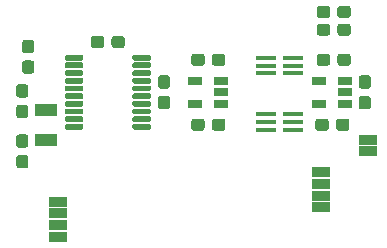
<source format=gbr>
%TF.GenerationSoftware,KiCad,Pcbnew,(5.1.6)-1*%
%TF.CreationDate,2020-09-19T18:08:18+02:00*%
%TF.ProjectId,watch,77617463-682e-46b6-9963-61645f706362,rev?*%
%TF.SameCoordinates,Original*%
%TF.FileFunction,Soldermask,Bot*%
%TF.FilePolarity,Negative*%
%FSLAX46Y46*%
G04 Gerber Fmt 4.6, Leading zero omitted, Abs format (unit mm)*
G04 Created by KiCad (PCBNEW (5.1.6)-1) date 2020-09-19 18:08:18*
%MOMM*%
%LPD*%
G01*
G04 APERTURE LIST*
%ADD10R,1.624000X0.862000*%
%ADD11R,1.160000X0.750000*%
%ADD12R,1.801800X0.455600*%
%ADD13R,1.900000X1.100000*%
G04 APERTURE END LIST*
%TO.C,R7*%
G36*
G01*
X159206312Y-56315111D02*
X159206312Y-55790111D01*
G75*
G02*
X159468812Y-55527611I262500J0D01*
G01*
X160093812Y-55527611D01*
G75*
G02*
X160356312Y-55790111I0J-262500D01*
G01*
X160356312Y-56315111D01*
G75*
G02*
X160093812Y-56577611I-262500J0D01*
G01*
X159468812Y-56577611D01*
G75*
G02*
X159206312Y-56315111I0J262500D01*
G01*
G37*
G36*
G01*
X157456312Y-56315111D02*
X157456312Y-55790111D01*
G75*
G02*
X157718812Y-55527611I262500J0D01*
G01*
X158343812Y-55527611D01*
G75*
G02*
X158606312Y-55790111I0J-262500D01*
G01*
X158606312Y-56315111D01*
G75*
G02*
X158343812Y-56577611I-262500J0D01*
G01*
X157718812Y-56577611D01*
G75*
G02*
X157456312Y-56315111I0J262500D01*
G01*
G37*
%TD*%
%TO.C,R6*%
G36*
G01*
X158606312Y-57290111D02*
X158606312Y-57815111D01*
G75*
G02*
X158343812Y-58077611I-262500J0D01*
G01*
X157718812Y-58077611D01*
G75*
G02*
X157456312Y-57815111I0J262500D01*
G01*
X157456312Y-57290111D01*
G75*
G02*
X157718812Y-57027611I262500J0D01*
G01*
X158343812Y-57027611D01*
G75*
G02*
X158606312Y-57290111I0J-262500D01*
G01*
G37*
G36*
G01*
X160356312Y-57290111D02*
X160356312Y-57815111D01*
G75*
G02*
X160093812Y-58077611I-262500J0D01*
G01*
X159468812Y-58077611D01*
G75*
G02*
X159206312Y-57815111I0J262500D01*
G01*
X159206312Y-57290111D01*
G75*
G02*
X159468812Y-57027611I262500J0D01*
G01*
X160093812Y-57027611D01*
G75*
G02*
X160356312Y-57290111I0J-262500D01*
G01*
G37*
%TD*%
D10*
%TO.C,J2*%
X157781312Y-69602611D03*
X157781312Y-70602611D03*
X157781312Y-71602611D03*
X157781312Y-72602611D03*
%TD*%
%TO.C,BT1*%
X161781312Y-66852611D03*
X161781312Y-67852611D03*
%TD*%
%TO.C,J1*%
X135531312Y-72102611D03*
X135531312Y-73102611D03*
X135531312Y-74102611D03*
X135531312Y-75102611D03*
%TD*%
D11*
%TO.C,U6*%
X147181312Y-61902611D03*
X147181312Y-63802611D03*
X149381312Y-63802611D03*
X149381312Y-62852611D03*
X149381312Y-61902611D03*
%TD*%
D12*
%TO.C,U9*%
X155417962Y-66002610D03*
X155417962Y-65352611D03*
X155417962Y-64702612D03*
X153144662Y-64702612D03*
X153144662Y-65352611D03*
X153144662Y-66002610D03*
%TD*%
%TO.C,U8*%
X155417962Y-61252610D03*
X155417962Y-60602611D03*
X155417962Y-59952612D03*
X153144662Y-59952612D03*
X153144662Y-60602611D03*
X153144662Y-61252610D03*
%TD*%
D13*
%TO.C,Y1*%
X134531312Y-64352611D03*
X134531312Y-66852611D03*
%TD*%
D11*
%TO.C,U7*%
X157681312Y-61902611D03*
X157681312Y-63802611D03*
X159881312Y-63802611D03*
X159881312Y-62852611D03*
X159881312Y-61902611D03*
%TD*%
%TO.C,U5*%
G36*
G01*
X141856312Y-65902611D02*
X141856312Y-65652611D01*
G75*
G02*
X141981312Y-65527611I125000J0D01*
G01*
X143306312Y-65527611D01*
G75*
G02*
X143431312Y-65652611I0J-125000D01*
G01*
X143431312Y-65902611D01*
G75*
G02*
X143306312Y-66027611I-125000J0D01*
G01*
X141981312Y-66027611D01*
G75*
G02*
X141856312Y-65902611I0J125000D01*
G01*
G37*
G36*
G01*
X141856312Y-65252611D02*
X141856312Y-65002611D01*
G75*
G02*
X141981312Y-64877611I125000J0D01*
G01*
X143306312Y-64877611D01*
G75*
G02*
X143431312Y-65002611I0J-125000D01*
G01*
X143431312Y-65252611D01*
G75*
G02*
X143306312Y-65377611I-125000J0D01*
G01*
X141981312Y-65377611D01*
G75*
G02*
X141856312Y-65252611I0J125000D01*
G01*
G37*
G36*
G01*
X141856312Y-64602611D02*
X141856312Y-64352611D01*
G75*
G02*
X141981312Y-64227611I125000J0D01*
G01*
X143306312Y-64227611D01*
G75*
G02*
X143431312Y-64352611I0J-125000D01*
G01*
X143431312Y-64602611D01*
G75*
G02*
X143306312Y-64727611I-125000J0D01*
G01*
X141981312Y-64727611D01*
G75*
G02*
X141856312Y-64602611I0J125000D01*
G01*
G37*
G36*
G01*
X141856312Y-63952611D02*
X141856312Y-63702611D01*
G75*
G02*
X141981312Y-63577611I125000J0D01*
G01*
X143306312Y-63577611D01*
G75*
G02*
X143431312Y-63702611I0J-125000D01*
G01*
X143431312Y-63952611D01*
G75*
G02*
X143306312Y-64077611I-125000J0D01*
G01*
X141981312Y-64077611D01*
G75*
G02*
X141856312Y-63952611I0J125000D01*
G01*
G37*
G36*
G01*
X141856312Y-63302611D02*
X141856312Y-63052611D01*
G75*
G02*
X141981312Y-62927611I125000J0D01*
G01*
X143306312Y-62927611D01*
G75*
G02*
X143431312Y-63052611I0J-125000D01*
G01*
X143431312Y-63302611D01*
G75*
G02*
X143306312Y-63427611I-125000J0D01*
G01*
X141981312Y-63427611D01*
G75*
G02*
X141856312Y-63302611I0J125000D01*
G01*
G37*
G36*
G01*
X141856312Y-62652611D02*
X141856312Y-62402611D01*
G75*
G02*
X141981312Y-62277611I125000J0D01*
G01*
X143306312Y-62277611D01*
G75*
G02*
X143431312Y-62402611I0J-125000D01*
G01*
X143431312Y-62652611D01*
G75*
G02*
X143306312Y-62777611I-125000J0D01*
G01*
X141981312Y-62777611D01*
G75*
G02*
X141856312Y-62652611I0J125000D01*
G01*
G37*
G36*
G01*
X141856312Y-62002611D02*
X141856312Y-61752611D01*
G75*
G02*
X141981312Y-61627611I125000J0D01*
G01*
X143306312Y-61627611D01*
G75*
G02*
X143431312Y-61752611I0J-125000D01*
G01*
X143431312Y-62002611D01*
G75*
G02*
X143306312Y-62127611I-125000J0D01*
G01*
X141981312Y-62127611D01*
G75*
G02*
X141856312Y-62002611I0J125000D01*
G01*
G37*
G36*
G01*
X141856312Y-61352611D02*
X141856312Y-61102611D01*
G75*
G02*
X141981312Y-60977611I125000J0D01*
G01*
X143306312Y-60977611D01*
G75*
G02*
X143431312Y-61102611I0J-125000D01*
G01*
X143431312Y-61352611D01*
G75*
G02*
X143306312Y-61477611I-125000J0D01*
G01*
X141981312Y-61477611D01*
G75*
G02*
X141856312Y-61352611I0J125000D01*
G01*
G37*
G36*
G01*
X141856312Y-60702611D02*
X141856312Y-60452611D01*
G75*
G02*
X141981312Y-60327611I125000J0D01*
G01*
X143306312Y-60327611D01*
G75*
G02*
X143431312Y-60452611I0J-125000D01*
G01*
X143431312Y-60702611D01*
G75*
G02*
X143306312Y-60827611I-125000J0D01*
G01*
X141981312Y-60827611D01*
G75*
G02*
X141856312Y-60702611I0J125000D01*
G01*
G37*
G36*
G01*
X141856312Y-60052611D02*
X141856312Y-59802611D01*
G75*
G02*
X141981312Y-59677611I125000J0D01*
G01*
X143306312Y-59677611D01*
G75*
G02*
X143431312Y-59802611I0J-125000D01*
G01*
X143431312Y-60052611D01*
G75*
G02*
X143306312Y-60177611I-125000J0D01*
G01*
X141981312Y-60177611D01*
G75*
G02*
X141856312Y-60052611I0J125000D01*
G01*
G37*
G36*
G01*
X136131312Y-60052611D02*
X136131312Y-59802611D01*
G75*
G02*
X136256312Y-59677611I125000J0D01*
G01*
X137581312Y-59677611D01*
G75*
G02*
X137706312Y-59802611I0J-125000D01*
G01*
X137706312Y-60052611D01*
G75*
G02*
X137581312Y-60177611I-125000J0D01*
G01*
X136256312Y-60177611D01*
G75*
G02*
X136131312Y-60052611I0J125000D01*
G01*
G37*
G36*
G01*
X136131312Y-60702611D02*
X136131312Y-60452611D01*
G75*
G02*
X136256312Y-60327611I125000J0D01*
G01*
X137581312Y-60327611D01*
G75*
G02*
X137706312Y-60452611I0J-125000D01*
G01*
X137706312Y-60702611D01*
G75*
G02*
X137581312Y-60827611I-125000J0D01*
G01*
X136256312Y-60827611D01*
G75*
G02*
X136131312Y-60702611I0J125000D01*
G01*
G37*
G36*
G01*
X136131312Y-61352611D02*
X136131312Y-61102611D01*
G75*
G02*
X136256312Y-60977611I125000J0D01*
G01*
X137581312Y-60977611D01*
G75*
G02*
X137706312Y-61102611I0J-125000D01*
G01*
X137706312Y-61352611D01*
G75*
G02*
X137581312Y-61477611I-125000J0D01*
G01*
X136256312Y-61477611D01*
G75*
G02*
X136131312Y-61352611I0J125000D01*
G01*
G37*
G36*
G01*
X136131312Y-62002611D02*
X136131312Y-61752611D01*
G75*
G02*
X136256312Y-61627611I125000J0D01*
G01*
X137581312Y-61627611D01*
G75*
G02*
X137706312Y-61752611I0J-125000D01*
G01*
X137706312Y-62002611D01*
G75*
G02*
X137581312Y-62127611I-125000J0D01*
G01*
X136256312Y-62127611D01*
G75*
G02*
X136131312Y-62002611I0J125000D01*
G01*
G37*
G36*
G01*
X136131312Y-62652611D02*
X136131312Y-62402611D01*
G75*
G02*
X136256312Y-62277611I125000J0D01*
G01*
X137581312Y-62277611D01*
G75*
G02*
X137706312Y-62402611I0J-125000D01*
G01*
X137706312Y-62652611D01*
G75*
G02*
X137581312Y-62777611I-125000J0D01*
G01*
X136256312Y-62777611D01*
G75*
G02*
X136131312Y-62652611I0J125000D01*
G01*
G37*
G36*
G01*
X136131312Y-63302611D02*
X136131312Y-63052611D01*
G75*
G02*
X136256312Y-62927611I125000J0D01*
G01*
X137581312Y-62927611D01*
G75*
G02*
X137706312Y-63052611I0J-125000D01*
G01*
X137706312Y-63302611D01*
G75*
G02*
X137581312Y-63427611I-125000J0D01*
G01*
X136256312Y-63427611D01*
G75*
G02*
X136131312Y-63302611I0J125000D01*
G01*
G37*
G36*
G01*
X136131312Y-63952611D02*
X136131312Y-63702611D01*
G75*
G02*
X136256312Y-63577611I125000J0D01*
G01*
X137581312Y-63577611D01*
G75*
G02*
X137706312Y-63702611I0J-125000D01*
G01*
X137706312Y-63952611D01*
G75*
G02*
X137581312Y-64077611I-125000J0D01*
G01*
X136256312Y-64077611D01*
G75*
G02*
X136131312Y-63952611I0J125000D01*
G01*
G37*
G36*
G01*
X136131312Y-64602611D02*
X136131312Y-64352611D01*
G75*
G02*
X136256312Y-64227611I125000J0D01*
G01*
X137581312Y-64227611D01*
G75*
G02*
X137706312Y-64352611I0J-125000D01*
G01*
X137706312Y-64602611D01*
G75*
G02*
X137581312Y-64727611I-125000J0D01*
G01*
X136256312Y-64727611D01*
G75*
G02*
X136131312Y-64602611I0J125000D01*
G01*
G37*
G36*
G01*
X136131312Y-65252611D02*
X136131312Y-65002611D01*
G75*
G02*
X136256312Y-64877611I125000J0D01*
G01*
X137581312Y-64877611D01*
G75*
G02*
X137706312Y-65002611I0J-125000D01*
G01*
X137706312Y-65252611D01*
G75*
G02*
X137581312Y-65377611I-125000J0D01*
G01*
X136256312Y-65377611D01*
G75*
G02*
X136131312Y-65252611I0J125000D01*
G01*
G37*
G36*
G01*
X136131312Y-65902611D02*
X136131312Y-65652611D01*
G75*
G02*
X136256312Y-65527611I125000J0D01*
G01*
X137581312Y-65527611D01*
G75*
G02*
X137706312Y-65652611I0J-125000D01*
G01*
X137706312Y-65902611D01*
G75*
G02*
X137581312Y-66027611I-125000J0D01*
G01*
X136256312Y-66027611D01*
G75*
G02*
X136131312Y-65902611I0J125000D01*
G01*
G37*
%TD*%
%TO.C,R3*%
G36*
G01*
X159206312Y-60365111D02*
X159206312Y-59840111D01*
G75*
G02*
X159468812Y-59577611I262500J0D01*
G01*
X160093812Y-59577611D01*
G75*
G02*
X160356312Y-59840111I0J-262500D01*
G01*
X160356312Y-60365111D01*
G75*
G02*
X160093812Y-60627611I-262500J0D01*
G01*
X159468812Y-60627611D01*
G75*
G02*
X159206312Y-60365111I0J262500D01*
G01*
G37*
G36*
G01*
X157456312Y-60365111D02*
X157456312Y-59840111D01*
G75*
G02*
X157718812Y-59577611I262500J0D01*
G01*
X158343812Y-59577611D01*
G75*
G02*
X158606312Y-59840111I0J-262500D01*
G01*
X158606312Y-60365111D01*
G75*
G02*
X158343812Y-60627611I-262500J0D01*
G01*
X157718812Y-60627611D01*
G75*
G02*
X157456312Y-60365111I0J262500D01*
G01*
G37*
%TD*%
%TO.C,C15*%
G36*
G01*
X147981312Y-59840111D02*
X147981312Y-60365111D01*
G75*
G02*
X147718812Y-60627611I-262500J0D01*
G01*
X147093812Y-60627611D01*
G75*
G02*
X146831312Y-60365111I0J262500D01*
G01*
X146831312Y-59840111D01*
G75*
G02*
X147093812Y-59577611I262500J0D01*
G01*
X147718812Y-59577611D01*
G75*
G02*
X147981312Y-59840111I0J-262500D01*
G01*
G37*
G36*
G01*
X149731312Y-59840111D02*
X149731312Y-60365111D01*
G75*
G02*
X149468812Y-60627611I-262500J0D01*
G01*
X148843812Y-60627611D01*
G75*
G02*
X148581312Y-60365111I0J262500D01*
G01*
X148581312Y-59840111D01*
G75*
G02*
X148843812Y-59577611I262500J0D01*
G01*
X149468812Y-59577611D01*
G75*
G02*
X149731312Y-59840111I0J-262500D01*
G01*
G37*
%TD*%
%TO.C,C14*%
G36*
G01*
X159081312Y-65865111D02*
X159081312Y-65340111D01*
G75*
G02*
X159343812Y-65077611I262500J0D01*
G01*
X159968812Y-65077611D01*
G75*
G02*
X160231312Y-65340111I0J-262500D01*
G01*
X160231312Y-65865111D01*
G75*
G02*
X159968812Y-66127611I-262500J0D01*
G01*
X159343812Y-66127611D01*
G75*
G02*
X159081312Y-65865111I0J262500D01*
G01*
G37*
G36*
G01*
X157331312Y-65865111D02*
X157331312Y-65340111D01*
G75*
G02*
X157593812Y-65077611I262500J0D01*
G01*
X158218812Y-65077611D01*
G75*
G02*
X158481312Y-65340111I0J-262500D01*
G01*
X158481312Y-65865111D01*
G75*
G02*
X158218812Y-66127611I-262500J0D01*
G01*
X157593812Y-66127611D01*
G75*
G02*
X157331312Y-65865111I0J262500D01*
G01*
G37*
%TD*%
%TO.C,C10*%
G36*
G01*
X133293812Y-59552611D02*
X132768812Y-59552611D01*
G75*
G02*
X132506312Y-59290111I0J262500D01*
G01*
X132506312Y-58665111D01*
G75*
G02*
X132768812Y-58402611I262500J0D01*
G01*
X133293812Y-58402611D01*
G75*
G02*
X133556312Y-58665111I0J-262500D01*
G01*
X133556312Y-59290111D01*
G75*
G02*
X133293812Y-59552611I-262500J0D01*
G01*
G37*
G36*
G01*
X133293812Y-61302611D02*
X132768812Y-61302611D01*
G75*
G02*
X132506312Y-61040111I0J262500D01*
G01*
X132506312Y-60415111D01*
G75*
G02*
X132768812Y-60152611I262500J0D01*
G01*
X133293812Y-60152611D01*
G75*
G02*
X133556312Y-60415111I0J-262500D01*
G01*
X133556312Y-61040111D01*
G75*
G02*
X133293812Y-61302611I-262500J0D01*
G01*
G37*
%TD*%
%TO.C,C9*%
G36*
G01*
X144793812Y-62552611D02*
X144268812Y-62552611D01*
G75*
G02*
X144006312Y-62290111I0J262500D01*
G01*
X144006312Y-61665111D01*
G75*
G02*
X144268812Y-61402611I262500J0D01*
G01*
X144793812Y-61402611D01*
G75*
G02*
X145056312Y-61665111I0J-262500D01*
G01*
X145056312Y-62290111D01*
G75*
G02*
X144793812Y-62552611I-262500J0D01*
G01*
G37*
G36*
G01*
X144793812Y-64302611D02*
X144268812Y-64302611D01*
G75*
G02*
X144006312Y-64040111I0J262500D01*
G01*
X144006312Y-63415111D01*
G75*
G02*
X144268812Y-63152611I262500J0D01*
G01*
X144793812Y-63152611D01*
G75*
G02*
X145056312Y-63415111I0J-262500D01*
G01*
X145056312Y-64040111D01*
G75*
G02*
X144793812Y-64302611I-262500J0D01*
G01*
G37*
%TD*%
%TO.C,C8*%
G36*
G01*
X140081312Y-58865111D02*
X140081312Y-58340111D01*
G75*
G02*
X140343812Y-58077611I262500J0D01*
G01*
X140968812Y-58077611D01*
G75*
G02*
X141231312Y-58340111I0J-262500D01*
G01*
X141231312Y-58865111D01*
G75*
G02*
X140968812Y-59127611I-262500J0D01*
G01*
X140343812Y-59127611D01*
G75*
G02*
X140081312Y-58865111I0J262500D01*
G01*
G37*
G36*
G01*
X138331312Y-58865111D02*
X138331312Y-58340111D01*
G75*
G02*
X138593812Y-58077611I262500J0D01*
G01*
X139218812Y-58077611D01*
G75*
G02*
X139481312Y-58340111I0J-262500D01*
G01*
X139481312Y-58865111D01*
G75*
G02*
X139218812Y-59127611I-262500J0D01*
G01*
X138593812Y-59127611D01*
G75*
G02*
X138331312Y-58865111I0J262500D01*
G01*
G37*
%TD*%
%TO.C,C7*%
G36*
G01*
X132793812Y-63302611D02*
X132268812Y-63302611D01*
G75*
G02*
X132006312Y-63040111I0J262500D01*
G01*
X132006312Y-62415111D01*
G75*
G02*
X132268812Y-62152611I262500J0D01*
G01*
X132793812Y-62152611D01*
G75*
G02*
X133056312Y-62415111I0J-262500D01*
G01*
X133056312Y-63040111D01*
G75*
G02*
X132793812Y-63302611I-262500J0D01*
G01*
G37*
G36*
G01*
X132793812Y-65052611D02*
X132268812Y-65052611D01*
G75*
G02*
X132006312Y-64790111I0J262500D01*
G01*
X132006312Y-64165111D01*
G75*
G02*
X132268812Y-63902611I262500J0D01*
G01*
X132793812Y-63902611D01*
G75*
G02*
X133056312Y-64165111I0J-262500D01*
G01*
X133056312Y-64790111D01*
G75*
G02*
X132793812Y-65052611I-262500J0D01*
G01*
G37*
%TD*%
%TO.C,C6*%
G36*
G01*
X132268812Y-68152611D02*
X132793812Y-68152611D01*
G75*
G02*
X133056312Y-68415111I0J-262500D01*
G01*
X133056312Y-69040111D01*
G75*
G02*
X132793812Y-69302611I-262500J0D01*
G01*
X132268812Y-69302611D01*
G75*
G02*
X132006312Y-69040111I0J262500D01*
G01*
X132006312Y-68415111D01*
G75*
G02*
X132268812Y-68152611I262500J0D01*
G01*
G37*
G36*
G01*
X132268812Y-66402611D02*
X132793812Y-66402611D01*
G75*
G02*
X133056312Y-66665111I0J-262500D01*
G01*
X133056312Y-67290111D01*
G75*
G02*
X132793812Y-67552611I-262500J0D01*
G01*
X132268812Y-67552611D01*
G75*
G02*
X132006312Y-67290111I0J262500D01*
G01*
X132006312Y-66665111D01*
G75*
G02*
X132268812Y-66402611I262500J0D01*
G01*
G37*
%TD*%
%TO.C,C4*%
G36*
G01*
X148581312Y-65865111D02*
X148581312Y-65340111D01*
G75*
G02*
X148843812Y-65077611I262500J0D01*
G01*
X149468812Y-65077611D01*
G75*
G02*
X149731312Y-65340111I0J-262500D01*
G01*
X149731312Y-65865111D01*
G75*
G02*
X149468812Y-66127611I-262500J0D01*
G01*
X148843812Y-66127611D01*
G75*
G02*
X148581312Y-65865111I0J262500D01*
G01*
G37*
G36*
G01*
X146831312Y-65865111D02*
X146831312Y-65340111D01*
G75*
G02*
X147093812Y-65077611I262500J0D01*
G01*
X147718812Y-65077611D01*
G75*
G02*
X147981312Y-65340111I0J-262500D01*
G01*
X147981312Y-65865111D01*
G75*
G02*
X147718812Y-66127611I-262500J0D01*
G01*
X147093812Y-66127611D01*
G75*
G02*
X146831312Y-65865111I0J262500D01*
G01*
G37*
%TD*%
%TO.C,C3*%
G36*
G01*
X161793812Y-62552611D02*
X161268812Y-62552611D01*
G75*
G02*
X161006312Y-62290111I0J262500D01*
G01*
X161006312Y-61665111D01*
G75*
G02*
X161268812Y-61402611I262500J0D01*
G01*
X161793812Y-61402611D01*
G75*
G02*
X162056312Y-61665111I0J-262500D01*
G01*
X162056312Y-62290111D01*
G75*
G02*
X161793812Y-62552611I-262500J0D01*
G01*
G37*
G36*
G01*
X161793812Y-64302611D02*
X161268812Y-64302611D01*
G75*
G02*
X161006312Y-64040111I0J262500D01*
G01*
X161006312Y-63415111D01*
G75*
G02*
X161268812Y-63152611I262500J0D01*
G01*
X161793812Y-63152611D01*
G75*
G02*
X162056312Y-63415111I0J-262500D01*
G01*
X162056312Y-64040111D01*
G75*
G02*
X161793812Y-64302611I-262500J0D01*
G01*
G37*
%TD*%
M02*

</source>
